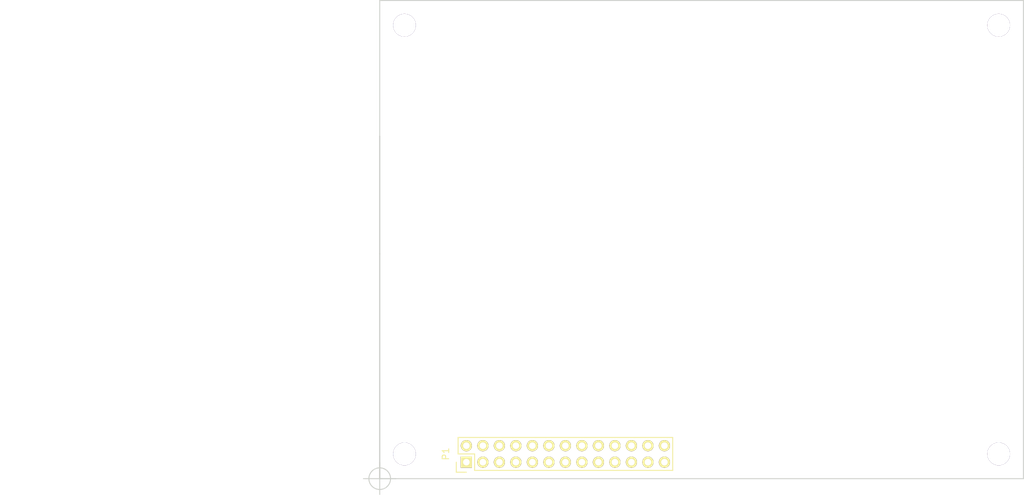
<source format=kicad_pcb>
(kicad_pcb (version 20221018) (generator pcbnew)
  (layers (0 "F.Cu" signal) (31 "B.Cu" signal) (34 "B.Paste" user) (35 "F.Paste" user) (36 "B.SilkS" user "B.Silkscreen") (37 "F.SilkS" user "F.Silkscreen") (38 "B.Mask" user) (39 "F.Mask" user) (44 "Edge.Cuts" user))
  (net 0 "")
  (net 1 "GND")
  (net 2 "+5V")
  (net 3 "+3V3")
  (net 4 "GPIO_SPI_CS#")
  (net 5 "GPIO_UART1_TXD")
  (net 6 "GPIO_SPI_MISO")
  (net 7 "GPIO_UART1_RXD")
  (net 8 "GPIO_SPI_MOSI")
  (net 9 "GPIO_UART1_CTS")
  (net 10 "GPIO_SPI_CLK")
  (net 11 "GPIO_UART1_RTS")
  (net 12 "GPIO_I2C_SCL")
  (net 13 "GPIO_I2S_CLK")
  (net 14 "GPIO_I2C_SDA")
  (net 15 "GPIO_I2S_FRM")
  (net 16 "GPIO_UART2_TXD")
  (net 17 "GPIO_I2S_DO")
  (net 18 "GPIO_UART2_RXD")
  (net 19 "GPIO_I2S_DI")
  (net 20 "GPIO_S5_0")
  (net 21 "GPIO_PWM0")
  (net 22 "GPIO_S5_1")
  (net 23 "GPIO_PWM1")
  (net 24 "GPIO_S5_2")
  (net 25 "I2SMCLK_GPIO")
  (footprint "Pin_Headers:Pin_Header_Straight_2x13" (layer "F.Cu") (at 109.855 142.24 90)
    (fp_text reference "P1" (at 1.27 -3.175 90) (layer "F.SilkS"))
    (fp_text value "CONN_02X13" hide)
    (fp_line (start -1.55 -1.55) (end -1.55 0) (stroke (width 0.15)) (layer "F.SilkS"))
    (fp_line (start -1.27 1.27) (end -1.27 31.75) (stroke (width 0.15)) (layer "F.SilkS"))
    (fp_line (start 0 -1.55) (end -1.55 -1.55) (stroke (width 0.15)) (layer "F.SilkS"))
    (fp_line (start 1.27 -1.27) (end 1.27 1.27) (stroke (width 0.15)) (layer "F.SilkS"))
    (fp_line (start 1.27 1.27) (end -1.27 1.27) (stroke (width 0.15)) (layer "F.SilkS"))
    (fp_line (start 3.81 -1.27) (end 1.27 -1.27) (stroke (width 0.15)) (layer "F.SilkS"))
    (fp_line (start 3.81 -1.27) (end 3.81 31.75) (stroke (width 0.15)) (layer "F.SilkS"))
    (fp_line (start 3.81 31.75) (end -1.27 31.75) (stroke (width 0.15)) (layer "F.SilkS"))
    (pad "1" thru_hole rect locked (at 0 0 90) (size 1.7272 1.7272) (drill 1.016) (layers "*.Cu" "*.Mask" "F.SilkS") (net 1 "GND"))
    (pad "2" thru_hole oval locked (at 2.54 0 90) (size 1.7272 1.7272) (drill 1.016) (layers "*.Cu" "*.Mask" "F.SilkS") (net 1 "GND"))
    (pad "3" thru_hole oval locked (at 0 2.54 90) (size 1.7272 1.7272) (drill 1.016) (layers "*.Cu" "*.Mask" "F.SilkS") (net 2 "+5V"))
    (pad "4" thru_hole oval locked (at 2.54 2.54 90) (size 1.7272 1.7272) (drill 1.016) (layers "*.Cu" "*.Mask" "F.SilkS") (net 3 "+3V3"))
    (pad "5" thru_hole oval locked (at 0 5.08 90) (size 1.7272 1.7272) (drill 1.016) (layers "*.Cu" "*.Mask" "F.SilkS") (net 4 "GPIO_SPI_CS#"))
    (pad "6" thru_hole oval locked (at 2.54 5.08 90) (size 1.7272 1.7272) (drill 1.016) (layers "*.Cu" "*.Mask" "F.SilkS") (net 5 "GPIO_UART1_TXD"))
    (pad "7" thru_hole oval locked (at 0 7.62 90) (size 1.7272 1.7272) (drill 1.016) (layers "*.Cu" "*.Mask" "F.SilkS") (net 6 "GPIO_SPI_MISO"))
    (pad "8" thru_hole oval locked (at 2.54 7.62 90) (size 1.7272 1.7272) (drill 1.016) (layers "*.Cu" "*.Mask" "F.SilkS") (net 7 "GPIO_UART1_RXD"))
    (pad "9" thru_hole oval locked (at 0 10.16 90) (size 1.7272 1.7272) (drill 1.016) (layers "*.Cu" "*.Mask" "F.SilkS") (net 8 "GPIO_SPI_MOSI"))
    (pad "10" thru_hole oval locked (at 2.54 10.16 90) (size 1.7272 1.7272) (drill 1.016) (layers "*.Cu" "*.Mask" "F.SilkS") (net 9 "GPIO_UART1_CTS"))
    (pad "11" thru_hole oval locked (at 0 12.7 90) (size 1.7272 1.7272) (drill 1.016) (layers "*.Cu" "*.Mask" "F.SilkS") (net 10 "GPIO_SPI_CLK"))
    (pad "12" thru_hole oval locked (at 2.54 12.7 90) (size 1.7272 1.7272) (drill 1.016) (layers "*.Cu" "*.Mask" "F.SilkS") (net 11 "GPIO_UART1_RTS"))
    (pad "13" thru_hole oval locked (at 0 15.24 90) (size 1.7272 1.7272) (drill 1.016) (layers "*.Cu" "*.Mask" "F.SilkS") (net 12 "GPIO_I2C_SCL"))
    (pad "14" thru_hole oval locked (at 2.54 15.24 90) (size 1.7272 1.7272) (drill 1.016) (layers "*.Cu" "*.Mask" "F.SilkS") (net 13 "GPIO_I2S_CLK"))
    (pad "15" thru_hole oval locked (at 0 17.78 90) (size 1.7272 1.7272) (drill 1.016) (layers "*.Cu" "*.Mask" "F.SilkS") (net 14 "GPIO_I2C_SDA"))
    (pad "16" thru_hole oval locked (at 2.54 17.78 90) (size 1.7272 1.7272) (drill 1.016) (layers "*.Cu" "*.Mask" "F.SilkS") (net 15 "GPIO_I2S_FRM"))
    (pad "17" thru_hole oval locked (at 0 20.32 90) (size 1.7272 1.7272) (drill 1.016) (layers "*.Cu" "*.Mask" "F.SilkS") (net 16 "GPIO_UART2_TXD"))
    (pad "18" thru_hole oval locked (at 2.54 20.32 90) (size 1.7272 1.7272) (drill 1.016) (layers "*.Cu" "*.Mask" "F.SilkS") (net 17 "GPIO_I2S_DO"))
    (pad "19" thru_hole oval locked (at 0 22.86 90) (size 1.7272 1.7272) (drill 1.016) (layers "*.Cu" "*.Mask" "F.SilkS") (net 18 "GPIO_UART2_RXD"))
    (pad "20" thru_hole oval locked (at 2.54 22.86 90) (size 1.7272 1.7272) (drill 1.016) (layers "*.Cu" "*.Mask" "F.SilkS") (net 19 "GPIO_I2S_DI"))
    (pad "21" thru_hole oval locked (at 0 25.4 90) (size 1.7272 1.7272) (drill 1.016) (layers "*.Cu" "*.Mask" "F.SilkS") (net 20 "GPIO_S5_0"))
    (pad "22" thru_hole oval locked (at 2.54 25.4 90) (size 1.7272 1.7272) (drill 1.016) (layers "*.Cu" "*.Mask" "F.SilkS") (net 21 "GPIO_PWM0"))
    (pad "23" thru_hole oval locked (at 0 27.94 90) (size 1.7272 1.7272) (drill 1.016) (layers "*.Cu" "*.Mask" "F.SilkS") (net 22 "GPIO_S5_1"))
    (pad "24" thru_hole oval locked (at 2.54 27.94 90) (size 1.7272 1.7272) (drill 1.016) (layers "*.Cu" "*.Mask" "F.SilkS") (net 23 "GPIO_PWM1"))
    (pad "25" thru_hole oval locked (at 0 30.48 90) (size 1.7272 1.7272) (drill 1.016) (layers "*.Cu" "*.Mask" "F.SilkS") (net 24 "GPIO_S5_2"))
    (pad "26" thru_hole oval locked (at 2.54 30.48 90) (size 1.7272 1.7272) (drill 1.016) (layers "*.Cu" "*.Mask" "F.SilkS") (net 25 "I2SMCLK_GPIO"))
  )
  (footprint "Mounting_Holes:MountingHole_3-5mm" (layer "F.Cu") (at 191.77 140.97)
    (fp_text reference "MK2" hide)
    (fp_text value "Mounting_Hole" hide)
    (pad "" thru_hole circle locked (at 0 0) (size 3.5 3.5) (drill 3.5) (layers))
  )
  (footprint "Mounting_Holes:MountingHole_3-5mm" (layer "F.Cu") (at 100.33 140.97)
    (fp_text reference "MK1" hide)
    (fp_text value "Mounting_Hole" hide)
    (pad "" thru_hole circle locked (at 0 0) (size 3.5 3.5) (drill 3.5) (layers))
  )
  (footprint "Mounting_Holes:MountingHole_3-5mm" (layer "F.Cu") (at 100.33 74.93)
    (fp_text reference "MK4" hide)
    (fp_text value "Mounting_Hole" hide)
    (pad "" thru_hole circle locked (at 0 0) (size 3.5 3.5) (drill 3.5) (layers))
  )
  (footprint "Mounting_Holes:MountingHole_3-5mm" (layer "F.Cu") (at 191.77 74.93)
    (fp_text reference "MK3" hide)
    (fp_text value "Mounting_Hole" hide)
    (pad "" thru_hole circle locked (at 0 0) (size 3.5 3.5) (drill 3.5) (layers))
  )
  (gr_line (start 195.58 96.83) (end 195.58 71.12) (stroke (width 0.15)) (layer "Edge.Cuts"))
  (gr_line (start 195.58 96.83) (end 195.58 112.02) (stroke (width 0.15)) (layer "Edge.Cuts"))
  (gr_line (start 96.52 144.78) (end 195.58 144.78) (stroke (width 0.15)) (layer "Edge.Cuts"))
  (gr_line (start 96.52 110.15) (end 96.52 144.78) (stroke (width 0.2)) (layer "Edge.Cuts"))
  (gr_line (start 96.52 110.15) (end 96.52 92.05) (stroke (width 0.2)) (layer "Edge.Cuts"))
  (gr_line (start 96.52 71.12) (end 96.52 92.05) (stroke (width 0.15)) (layer "Edge.Cuts"))
  (gr_line (start 195.58 71.12) (end 96.52 71.12) (stroke (width 0.15)) (layer "Edge.Cuts"))
  (gr_line (start 195.58 144.78) (end 195.58 112.02) (stroke (width 0.15)) (layer "Edge.Cuts"))
  (target plus (at 96.52 144.78) (size 5) (width 0.15) (layer "Edge.Cuts"))
)
</source>
